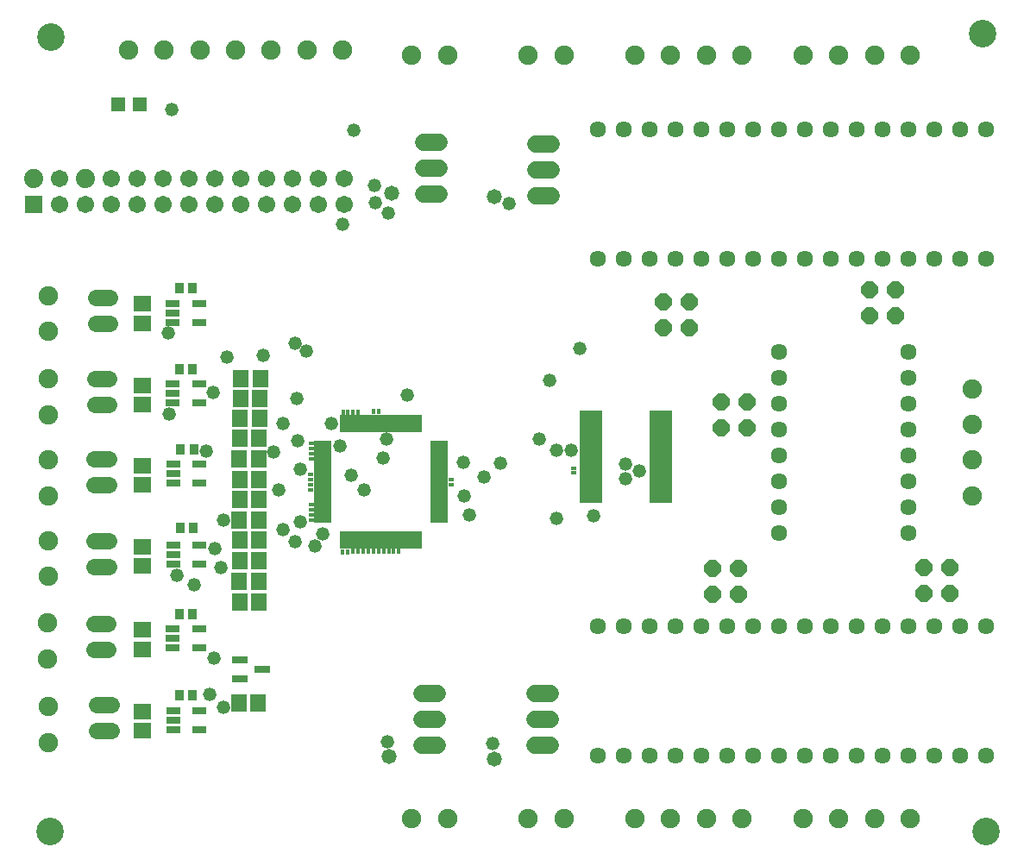
<source format=gts>
G75*
%MOIN*%
%OFA0B0*%
%FSLAX24Y24*%
%IPPOS*%
%LPD*%
%AMOC8*
5,1,8,0,0,1.08239X$1,22.5*
%
%ADD10R,0.0660X0.0190*%
%ADD11R,0.0190X0.0660*%
%ADD12R,0.0674X0.0674*%
%ADD13C,0.0740*%
%ADD14C,0.0674*%
%ADD15C,0.0634*%
%ADD16R,0.0890X0.0250*%
%ADD17OC8,0.0640*%
%ADD18C,0.0749*%
%ADD19R,0.0580X0.0300*%
%ADD20R,0.0592X0.0671*%
%ADD21R,0.0671X0.0592*%
%ADD22C,0.0640*%
%ADD23C,0.0680*%
%ADD24R,0.0178X0.0218*%
%ADD25R,0.0218X0.0178*%
%ADD26R,0.0552X0.0552*%
%ADD27R,0.0356X0.0434*%
%ADD28R,0.0600X0.0300*%
%ADD29R,0.0600X0.0280*%
%ADD30C,0.0580*%
%ADD31C,0.1064*%
%ADD32C,0.0520*%
D10*
X018123Y013974D03*
X018123Y014174D03*
X018123Y014374D03*
X018123Y014564D03*
X018123Y014764D03*
X018123Y014964D03*
X018123Y015154D03*
X018123Y015354D03*
X018123Y015554D03*
X018123Y015754D03*
X018123Y015944D03*
X018123Y016144D03*
X018123Y016344D03*
X018123Y016534D03*
X018123Y016734D03*
X018123Y016934D03*
X022623Y016934D03*
X022623Y016734D03*
X022623Y016534D03*
X022623Y016344D03*
X022623Y016144D03*
X022623Y015944D03*
X022623Y015754D03*
X022623Y015554D03*
X022623Y015354D03*
X022623Y015154D03*
X022623Y014964D03*
X022623Y014764D03*
X022623Y014564D03*
X022623Y014374D03*
X022623Y014174D03*
X022623Y013974D03*
D11*
X021853Y013204D03*
X021653Y013204D03*
X021453Y013204D03*
X021263Y013204D03*
X021063Y013204D03*
X020863Y013204D03*
X020673Y013204D03*
X020473Y013204D03*
X020273Y013204D03*
X020073Y013204D03*
X019883Y013204D03*
X019683Y013204D03*
X019483Y013204D03*
X019293Y013204D03*
X019093Y013204D03*
X018893Y013204D03*
X018893Y017704D03*
X019093Y017704D03*
X019293Y017704D03*
X019483Y017704D03*
X019683Y017704D03*
X019883Y017704D03*
X020073Y017704D03*
X020273Y017704D03*
X020473Y017704D03*
X020673Y017704D03*
X020863Y017704D03*
X021063Y017704D03*
X021263Y017704D03*
X021453Y017704D03*
X021653Y017704D03*
X021853Y017704D03*
D12*
X006960Y026188D03*
D13*
X006960Y027188D03*
X008960Y027188D03*
D14*
X007960Y027188D03*
X007960Y026188D03*
X008960Y026188D03*
X009960Y026188D03*
X009960Y027188D03*
X010960Y027188D03*
X011960Y027188D03*
X012960Y027188D03*
X013960Y027188D03*
X014960Y027188D03*
X015960Y027188D03*
X015960Y026188D03*
X014960Y026188D03*
X013960Y026188D03*
X012960Y026188D03*
X011960Y026188D03*
X010960Y026188D03*
X016960Y026188D03*
X017960Y026188D03*
X018960Y026188D03*
X018960Y027188D03*
X017960Y027188D03*
X016960Y027188D03*
D15*
X028748Y029073D03*
X029748Y029073D03*
X030748Y029073D03*
X031748Y029073D03*
X032748Y029073D03*
X033748Y029073D03*
X034748Y029073D03*
X035748Y029073D03*
X036748Y029073D03*
X037748Y029073D03*
X038748Y029073D03*
X039748Y029073D03*
X040748Y029073D03*
X041748Y029073D03*
X042748Y029073D03*
X043748Y029073D03*
X043748Y024073D03*
X042748Y024073D03*
X041748Y024073D03*
X040748Y024073D03*
X039748Y024073D03*
X038748Y024073D03*
X037748Y024073D03*
X036748Y024073D03*
X035748Y024073D03*
X034748Y024073D03*
X033748Y024073D03*
X032748Y024073D03*
X031748Y024073D03*
X030748Y024073D03*
X029748Y024073D03*
X028748Y024073D03*
X035748Y020482D03*
X035748Y019482D03*
X035748Y018482D03*
X035748Y017482D03*
X035748Y016482D03*
X035748Y015482D03*
X035748Y014482D03*
X035748Y013482D03*
X035748Y009892D03*
X034748Y009892D03*
X033748Y009892D03*
X032748Y009892D03*
X031748Y009892D03*
X030748Y009892D03*
X029748Y009892D03*
X028748Y009892D03*
X028748Y004892D03*
X029748Y004892D03*
X030748Y004892D03*
X031748Y004892D03*
X032748Y004892D03*
X033748Y004892D03*
X034748Y004892D03*
X035748Y004892D03*
X036748Y004892D03*
X037748Y004892D03*
X038748Y004892D03*
X039748Y004892D03*
X040748Y004892D03*
X041748Y004892D03*
X042748Y004892D03*
X043748Y004892D03*
X043748Y009892D03*
X042748Y009892D03*
X041748Y009892D03*
X040748Y009892D03*
X039748Y009892D03*
X038748Y009892D03*
X037748Y009892D03*
X036748Y009892D03*
X040748Y013482D03*
X040748Y014482D03*
X040748Y015482D03*
X040748Y016482D03*
X040748Y017482D03*
X040748Y018482D03*
X040748Y019482D03*
X040748Y020482D03*
D16*
X031179Y018080D03*
X031179Y017830D03*
X031179Y017570D03*
X031179Y017320D03*
X031179Y017060D03*
X031179Y016800D03*
X031179Y016550D03*
X031179Y016290D03*
X031179Y016040D03*
X031179Y015780D03*
X031179Y015520D03*
X031179Y015270D03*
X031179Y015010D03*
X031179Y014760D03*
X028479Y014760D03*
X028479Y015010D03*
X028479Y015270D03*
X028479Y015520D03*
X028479Y015780D03*
X028479Y016040D03*
X028479Y016290D03*
X028479Y016550D03*
X028479Y016800D03*
X028479Y017060D03*
X028479Y017320D03*
X028479Y017570D03*
X028479Y017830D03*
X028479Y018080D03*
D17*
X031295Y021416D03*
X032295Y021416D03*
X032295Y022416D03*
X031295Y022416D03*
X033520Y018545D03*
X034520Y018545D03*
X034520Y017545D03*
X033520Y017545D03*
X039248Y021876D03*
X039248Y022876D03*
X040248Y022876D03*
X040248Y021876D03*
X041355Y012142D03*
X042355Y012142D03*
X042355Y011142D03*
X041355Y011142D03*
X034166Y011122D03*
X033166Y011122D03*
X033166Y012122D03*
X034166Y012122D03*
D18*
X043209Y014915D03*
X043209Y016293D03*
X043209Y017671D03*
X043209Y019049D03*
X040815Y031927D03*
X039437Y031927D03*
X038059Y031927D03*
X036681Y031927D03*
X034315Y031927D03*
X032937Y031927D03*
X031559Y031927D03*
X030181Y031927D03*
X027437Y031927D03*
X026059Y031927D03*
X022937Y031927D03*
X021559Y031927D03*
X018887Y032159D03*
X017509Y032159D03*
X016131Y032159D03*
X014753Y032159D03*
X013375Y032159D03*
X011997Y032159D03*
X010619Y032159D03*
X007515Y022641D03*
X007515Y021263D03*
X007501Y019428D03*
X007501Y018050D03*
X007513Y016302D03*
X007513Y014924D03*
X007511Y013185D03*
X007511Y011808D03*
X007494Y009997D03*
X007494Y008619D03*
X007500Y006770D03*
X007500Y005392D03*
X021559Y002431D03*
X022937Y002431D03*
X026059Y002431D03*
X027437Y002431D03*
X030181Y002431D03*
X031559Y002431D03*
X032937Y002431D03*
X034315Y002431D03*
X036681Y002431D03*
X038059Y002431D03*
X039437Y002431D03*
X040815Y002431D03*
D19*
X013354Y005886D03*
X013354Y006626D03*
X012334Y006626D03*
X012334Y006256D03*
X012334Y005886D03*
X012319Y009043D03*
X012319Y009413D03*
X012319Y009783D03*
X013339Y009783D03*
X013339Y009043D03*
X013360Y012266D03*
X013360Y013006D03*
X012340Y013006D03*
X012340Y012636D03*
X012340Y012266D03*
X012338Y015408D03*
X012338Y015778D03*
X012338Y016148D03*
X013358Y016148D03*
X013358Y015408D03*
X013338Y018496D03*
X013338Y019236D03*
X012318Y019236D03*
X012318Y018866D03*
X012318Y018496D03*
X012320Y021612D03*
X012320Y021982D03*
X012320Y022352D03*
X013340Y022352D03*
X013340Y021612D03*
D20*
X014957Y019459D03*
X015705Y019459D03*
X015687Y018686D03*
X014939Y018686D03*
X014924Y017901D03*
X015673Y017901D03*
X015662Y017127D03*
X014914Y017127D03*
X014897Y016341D03*
X015646Y016341D03*
X015650Y015556D03*
X014902Y015556D03*
X014900Y014778D03*
X015648Y014778D03*
X015642Y013978D03*
X014894Y013978D03*
X014902Y013194D03*
X015650Y013194D03*
X015646Y012404D03*
X014898Y012404D03*
X014895Y011599D03*
X015643Y011599D03*
X015647Y010800D03*
X014899Y010800D03*
X014883Y006903D03*
X015631Y006903D03*
D21*
X011139Y006583D03*
X011139Y005835D03*
X011137Y008982D03*
X011137Y009730D03*
X011144Y012199D03*
X011144Y012947D03*
X011144Y015338D03*
X011144Y016086D03*
X011145Y018437D03*
X011145Y019185D03*
X011142Y021579D03*
X011142Y022327D03*
D22*
X009897Y022577D02*
X009337Y022577D01*
X009337Y021577D02*
X009897Y021577D01*
X009860Y019439D02*
X009300Y019439D01*
X009300Y018439D02*
X009860Y018439D01*
X009842Y016334D02*
X009282Y016334D01*
X009282Y015334D02*
X009842Y015334D01*
X009844Y013182D02*
X009284Y013182D01*
X009284Y012182D02*
X009844Y012182D01*
X009829Y009992D02*
X009269Y009992D01*
X009269Y008992D02*
X009829Y008992D01*
X009938Y006845D02*
X009378Y006845D01*
X009378Y005845D02*
X009938Y005845D01*
D23*
X021948Y006272D02*
X022548Y006272D01*
X022548Y007272D02*
X021948Y007272D01*
X021948Y005272D02*
X022548Y005272D01*
X026323Y005267D02*
X026923Y005267D01*
X026923Y006267D02*
X026323Y006267D01*
X026323Y007267D02*
X026923Y007267D01*
X026964Y026515D02*
X026364Y026515D01*
X026364Y027515D02*
X026964Y027515D01*
X026964Y028515D02*
X026364Y028515D01*
X022611Y028581D02*
X022011Y028581D01*
X022011Y027581D02*
X022611Y027581D01*
X022611Y026581D02*
X022011Y026581D01*
D24*
X020271Y018178D03*
X020075Y018178D03*
X019490Y018146D03*
X019293Y018146D03*
X019097Y018153D03*
X018900Y018153D03*
X018895Y012754D03*
X019092Y012754D03*
X019289Y012760D03*
X019485Y012760D03*
X019684Y012762D03*
X019881Y012762D03*
X020075Y012762D03*
X020272Y012762D03*
X020476Y012764D03*
X020672Y012764D03*
X020864Y012765D03*
X021061Y012765D03*
D25*
X023092Y015356D03*
X023092Y015553D03*
X027801Y015795D03*
X027801Y015992D03*
X017673Y016338D03*
X017673Y016535D03*
X017674Y016734D03*
X017674Y016931D03*
X017662Y015743D03*
X017662Y015546D03*
X017664Y015353D03*
X017664Y015156D03*
X017666Y014571D03*
X017666Y014374D03*
X017668Y014173D03*
X017668Y013976D03*
D26*
X011039Y030027D03*
X010212Y030027D03*
D27*
X012572Y022930D03*
X013084Y022930D03*
X013083Y019808D03*
X012571Y019808D03*
X012623Y016722D03*
X013134Y016722D03*
X013110Y013676D03*
X012599Y013676D03*
X012570Y010358D03*
X013082Y010358D03*
X013083Y007206D03*
X012571Y007206D03*
D28*
X014926Y007840D03*
X014926Y008580D03*
D29*
X015786Y008210D03*
D30*
X020693Y004840D03*
X024763Y004738D03*
X024753Y026466D03*
X020772Y026601D03*
D31*
X007595Y001946D03*
X043735Y001939D03*
X043615Y032760D03*
X007605Y032658D03*
D32*
X012279Y029859D03*
X018885Y025418D03*
X020154Y026232D03*
X020632Y025844D03*
X020124Y026893D03*
X019299Y029040D03*
X025305Y026204D03*
X028038Y020623D03*
X026877Y019365D03*
X026469Y017098D03*
X027152Y016683D03*
X027718Y016679D03*
X029823Y016150D03*
X030353Y015860D03*
X029823Y015565D03*
X028568Y014141D03*
X027143Y014034D03*
X024967Y016191D03*
X024342Y015654D03*
X023550Y016215D03*
X023568Y014904D03*
X023777Y014174D03*
X020436Y016387D03*
X020591Y017100D03*
X018774Y016832D03*
X018464Y017702D03*
X017137Y017046D03*
X016593Y017713D03*
X017106Y018680D03*
X015799Y020332D03*
X017035Y020816D03*
X017474Y020518D03*
X014400Y020269D03*
X013885Y018915D03*
X012190Y018074D03*
X013606Y016639D03*
X016225Y016594D03*
X017249Y015942D03*
X016426Y015152D03*
X017249Y013919D03*
X016590Y013622D03*
X017044Y013140D03*
X017799Y012976D03*
X018105Y013454D03*
X019715Y015149D03*
X019204Y015694D03*
X021367Y018809D03*
X014281Y013986D03*
X013942Y012889D03*
X014183Y012144D03*
X013142Y011492D03*
X012482Y011848D03*
X013931Y008642D03*
X013740Y007228D03*
X014276Y006753D03*
X020624Y005411D03*
X024696Y005330D03*
X012136Y021193D03*
M02*

</source>
